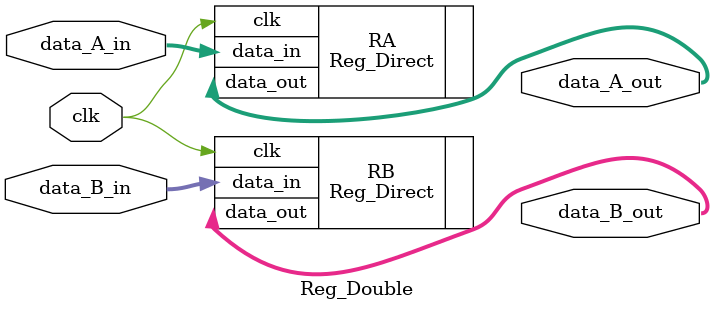
<source format=v>
module Reg_Double(
    input clk,
    input  [31:0] data_A_in, data_B_in,
    output [31:0] data_A_out, data_B_out
);

    Reg_Direct RA(.clk(clk), .data_in(data_A_in), .data_out(data_A_out));
    Reg_Direct RB(.clk(clk), .data_in(data_B_in), .data_out(data_B_out));

endmodule 
</source>
